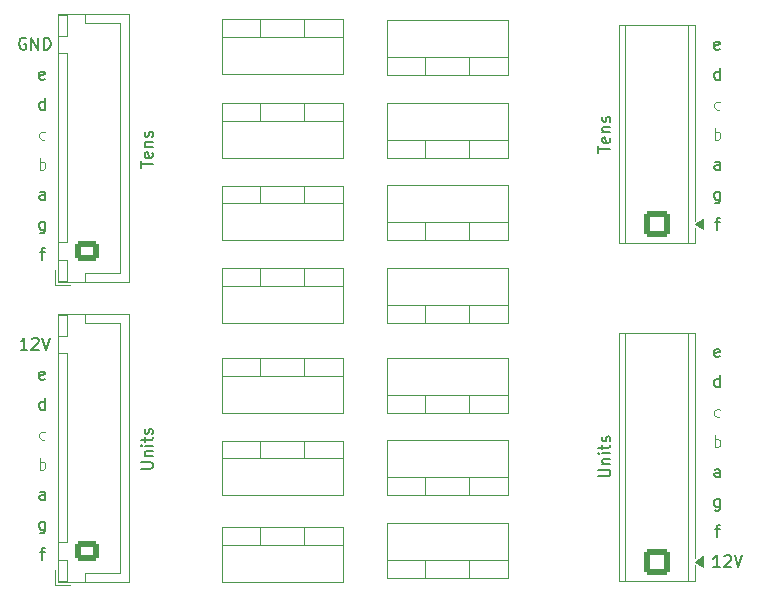
<source format=gto>
%TF.GenerationSoftware,KiCad,Pcbnew,9.0.1*%
%TF.CreationDate,2025-05-07T23:59:22-03:00*%
%TF.ProjectId,Display,44697370-6c61-4792-9e6b-696361645f70,rev?*%
%TF.SameCoordinates,Original*%
%TF.FileFunction,Legend,Top*%
%TF.FilePolarity,Positive*%
%FSLAX46Y46*%
G04 Gerber Fmt 4.6, Leading zero omitted, Abs format (unit mm)*
G04 Created by KiCad (PCBNEW 9.0.1) date 2025-05-07 23:59:22*
%MOMM*%
%LPD*%
G01*
G04 APERTURE LIST*
G04 Aperture macros list*
%AMRoundRect*
0 Rectangle with rounded corners*
0 $1 Rounding radius*
0 $2 $3 $4 $5 $6 $7 $8 $9 X,Y pos of 4 corners*
0 Add a 4 corners polygon primitive as box body*
4,1,4,$2,$3,$4,$5,$6,$7,$8,$9,$2,$3,0*
0 Add four circle primitives for the rounded corners*
1,1,$1+$1,$2,$3*
1,1,$1+$1,$4,$5*
1,1,$1+$1,$6,$7*
1,1,$1+$1,$8,$9*
0 Add four rect primitives between the rounded corners*
20,1,$1+$1,$2,$3,$4,$5,0*
20,1,$1+$1,$4,$5,$6,$7,0*
20,1,$1+$1,$6,$7,$8,$9,0*
20,1,$1+$1,$8,$9,$2,$3,0*%
G04 Aperture macros list end*
%ADD10C,0.125000*%
%ADD11C,0.150000*%
%ADD12C,0.120000*%
%ADD13R,1.905000X2.000000*%
%ADD14O,1.905000X2.000000*%
%ADD15C,3.000000*%
%ADD16RoundRect,0.250000X0.725000X-0.600000X0.725000X0.600000X-0.725000X0.600000X-0.725000X-0.600000X0*%
%ADD17O,1.950000X1.700000*%
%ADD18RoundRect,0.249999X0.850001X-0.850001X0.850001X0.850001X-0.850001X0.850001X-0.850001X-0.850001X0*%
%ADD19C,2.200000*%
G04 APERTURE END LIST*
D10*
X86145714Y-65226119D02*
X86145714Y-64226119D01*
X86145714Y-64607071D02*
X86240952Y-64559452D01*
X86240952Y-64559452D02*
X86431428Y-64559452D01*
X86431428Y-64559452D02*
X86526666Y-64607071D01*
X86526666Y-64607071D02*
X86574285Y-64654690D01*
X86574285Y-64654690D02*
X86621904Y-64749928D01*
X86621904Y-64749928D02*
X86621904Y-65035642D01*
X86621904Y-65035642D02*
X86574285Y-65130880D01*
X86574285Y-65130880D02*
X86526666Y-65178500D01*
X86526666Y-65178500D02*
X86431428Y-65226119D01*
X86431428Y-65226119D02*
X86240952Y-65226119D01*
X86240952Y-65226119D02*
X86145714Y-65178500D01*
D11*
X86574285Y-69638152D02*
X86574285Y-70447676D01*
X86574285Y-70447676D02*
X86526666Y-70542914D01*
X86526666Y-70542914D02*
X86479047Y-70590533D01*
X86479047Y-70590533D02*
X86383809Y-70638152D01*
X86383809Y-70638152D02*
X86240952Y-70638152D01*
X86240952Y-70638152D02*
X86145714Y-70590533D01*
X86574285Y-70257200D02*
X86479047Y-70304819D01*
X86479047Y-70304819D02*
X86288571Y-70304819D01*
X86288571Y-70304819D02*
X86193333Y-70257200D01*
X86193333Y-70257200D02*
X86145714Y-70209580D01*
X86145714Y-70209580D02*
X86098095Y-70114342D01*
X86098095Y-70114342D02*
X86098095Y-69828628D01*
X86098095Y-69828628D02*
X86145714Y-69733390D01*
X86145714Y-69733390D02*
X86193333Y-69685771D01*
X86193333Y-69685771D02*
X86288571Y-69638152D01*
X86288571Y-69638152D02*
X86479047Y-69638152D01*
X86479047Y-69638152D02*
X86574285Y-69685771D01*
D10*
X29448095Y-39143500D02*
X29352857Y-39191119D01*
X29352857Y-39191119D02*
X29162381Y-39191119D01*
X29162381Y-39191119D02*
X29067143Y-39143500D01*
X29067143Y-39143500D02*
X29019524Y-39095880D01*
X29019524Y-39095880D02*
X28971905Y-39000642D01*
X28971905Y-39000642D02*
X28971905Y-38714928D01*
X28971905Y-38714928D02*
X29019524Y-38619690D01*
X29019524Y-38619690D02*
X29067143Y-38572071D01*
X29067143Y-38572071D02*
X29162381Y-38524452D01*
X29162381Y-38524452D02*
X29352857Y-38524452D01*
X29352857Y-38524452D02*
X29448095Y-38572071D01*
D11*
X29424285Y-69669819D02*
X29424285Y-69146009D01*
X29424285Y-69146009D02*
X29376666Y-69050771D01*
X29376666Y-69050771D02*
X29281428Y-69003152D01*
X29281428Y-69003152D02*
X29090952Y-69003152D01*
X29090952Y-69003152D02*
X28995714Y-69050771D01*
X29424285Y-69622200D02*
X29329047Y-69669819D01*
X29329047Y-69669819D02*
X29090952Y-69669819D01*
X29090952Y-69669819D02*
X28995714Y-69622200D01*
X28995714Y-69622200D02*
X28948095Y-69526961D01*
X28948095Y-69526961D02*
X28948095Y-69431723D01*
X28948095Y-69431723D02*
X28995714Y-69336485D01*
X28995714Y-69336485D02*
X29090952Y-69288866D01*
X29090952Y-69288866D02*
X29329047Y-69288866D01*
X29329047Y-69288866D02*
X29424285Y-69241247D01*
X29019524Y-48683152D02*
X29400476Y-48683152D01*
X29162381Y-49349819D02*
X29162381Y-48492676D01*
X29162381Y-48492676D02*
X29210000Y-48397438D01*
X29210000Y-48397438D02*
X29305238Y-48349819D01*
X29305238Y-48349819D02*
X29400476Y-48349819D01*
X37554819Y-67071666D02*
X38364342Y-67071666D01*
X38364342Y-67071666D02*
X38459580Y-67024047D01*
X38459580Y-67024047D02*
X38507200Y-66976428D01*
X38507200Y-66976428D02*
X38554819Y-66881190D01*
X38554819Y-66881190D02*
X38554819Y-66690714D01*
X38554819Y-66690714D02*
X38507200Y-66595476D01*
X38507200Y-66595476D02*
X38459580Y-66547857D01*
X38459580Y-66547857D02*
X38364342Y-66500238D01*
X38364342Y-66500238D02*
X37554819Y-66500238D01*
X37888152Y-66024047D02*
X38554819Y-66024047D01*
X37983390Y-66024047D02*
X37935771Y-65976428D01*
X37935771Y-65976428D02*
X37888152Y-65881190D01*
X37888152Y-65881190D02*
X37888152Y-65738333D01*
X37888152Y-65738333D02*
X37935771Y-65643095D01*
X37935771Y-65643095D02*
X38031009Y-65595476D01*
X38031009Y-65595476D02*
X38554819Y-65595476D01*
X38554819Y-65119285D02*
X37888152Y-65119285D01*
X37554819Y-65119285D02*
X37602438Y-65166904D01*
X37602438Y-65166904D02*
X37650057Y-65119285D01*
X37650057Y-65119285D02*
X37602438Y-65071666D01*
X37602438Y-65071666D02*
X37554819Y-65119285D01*
X37554819Y-65119285D02*
X37650057Y-65119285D01*
X37888152Y-64785952D02*
X37888152Y-64405000D01*
X37554819Y-64643095D02*
X38411961Y-64643095D01*
X38411961Y-64643095D02*
X38507200Y-64595476D01*
X38507200Y-64595476D02*
X38554819Y-64500238D01*
X38554819Y-64500238D02*
X38554819Y-64405000D01*
X38507200Y-64119285D02*
X38554819Y-64024047D01*
X38554819Y-64024047D02*
X38554819Y-63833571D01*
X38554819Y-63833571D02*
X38507200Y-63738333D01*
X38507200Y-63738333D02*
X38411961Y-63690714D01*
X38411961Y-63690714D02*
X38364342Y-63690714D01*
X38364342Y-63690714D02*
X38269104Y-63738333D01*
X38269104Y-63738333D02*
X38221485Y-63833571D01*
X38221485Y-63833571D02*
X38221485Y-63976428D01*
X38221485Y-63976428D02*
X38173866Y-64071666D01*
X38173866Y-64071666D02*
X38078628Y-64119285D01*
X38078628Y-64119285D02*
X38031009Y-64119285D01*
X38031009Y-64119285D02*
X37935771Y-64071666D01*
X37935771Y-64071666D02*
X37888152Y-63976428D01*
X37888152Y-63976428D02*
X37888152Y-63833571D01*
X37888152Y-63833571D02*
X37935771Y-63738333D01*
X29400476Y-59462200D02*
X29305238Y-59509819D01*
X29305238Y-59509819D02*
X29114762Y-59509819D01*
X29114762Y-59509819D02*
X29019524Y-59462200D01*
X29019524Y-59462200D02*
X28971905Y-59366961D01*
X28971905Y-59366961D02*
X28971905Y-58986009D01*
X28971905Y-58986009D02*
X29019524Y-58890771D01*
X29019524Y-58890771D02*
X29114762Y-58843152D01*
X29114762Y-58843152D02*
X29305238Y-58843152D01*
X29305238Y-58843152D02*
X29400476Y-58890771D01*
X29400476Y-58890771D02*
X29448095Y-58986009D01*
X29448095Y-58986009D02*
X29448095Y-59081247D01*
X29448095Y-59081247D02*
X28971905Y-59176485D01*
X86585588Y-75384819D02*
X86014160Y-75384819D01*
X86299874Y-75384819D02*
X86299874Y-74384819D01*
X86299874Y-74384819D02*
X86204636Y-74527676D01*
X86204636Y-74527676D02*
X86109398Y-74622914D01*
X86109398Y-74622914D02*
X86014160Y-74670533D01*
X86966541Y-74480057D02*
X87014160Y-74432438D01*
X87014160Y-74432438D02*
X87109398Y-74384819D01*
X87109398Y-74384819D02*
X87347493Y-74384819D01*
X87347493Y-74384819D02*
X87442731Y-74432438D01*
X87442731Y-74432438D02*
X87490350Y-74480057D01*
X87490350Y-74480057D02*
X87537969Y-74575295D01*
X87537969Y-74575295D02*
X87537969Y-74670533D01*
X87537969Y-74670533D02*
X87490350Y-74813390D01*
X87490350Y-74813390D02*
X86918922Y-75384819D01*
X86918922Y-75384819D02*
X87537969Y-75384819D01*
X87823684Y-74384819D02*
X88157017Y-75384819D01*
X88157017Y-75384819D02*
X88490350Y-74384819D01*
X86574285Y-34109819D02*
X86574285Y-33109819D01*
X86574285Y-34062200D02*
X86479047Y-34109819D01*
X86479047Y-34109819D02*
X86288571Y-34109819D01*
X86288571Y-34109819D02*
X86193333Y-34062200D01*
X86193333Y-34062200D02*
X86145714Y-34014580D01*
X86145714Y-34014580D02*
X86098095Y-33919342D01*
X86098095Y-33919342D02*
X86098095Y-33633628D01*
X86098095Y-33633628D02*
X86145714Y-33538390D01*
X86145714Y-33538390D02*
X86193333Y-33490771D01*
X86193333Y-33490771D02*
X86288571Y-33443152D01*
X86288571Y-33443152D02*
X86479047Y-33443152D01*
X86479047Y-33443152D02*
X86574285Y-33490771D01*
X86169524Y-72178152D02*
X86550476Y-72178152D01*
X86312381Y-72844819D02*
X86312381Y-71987676D01*
X86312381Y-71987676D02*
X86360000Y-71892438D01*
X86360000Y-71892438D02*
X86455238Y-71844819D01*
X86455238Y-71844819D02*
X86550476Y-71844819D01*
D10*
X29448095Y-64543500D02*
X29352857Y-64591119D01*
X29352857Y-64591119D02*
X29162381Y-64591119D01*
X29162381Y-64591119D02*
X29067143Y-64543500D01*
X29067143Y-64543500D02*
X29019524Y-64495880D01*
X29019524Y-64495880D02*
X28971905Y-64400642D01*
X28971905Y-64400642D02*
X28971905Y-64114928D01*
X28971905Y-64114928D02*
X29019524Y-64019690D01*
X29019524Y-64019690D02*
X29067143Y-63972071D01*
X29067143Y-63972071D02*
X29162381Y-63924452D01*
X29162381Y-63924452D02*
X29352857Y-63924452D01*
X29352857Y-63924452D02*
X29448095Y-63972071D01*
X28995714Y-41731119D02*
X28995714Y-40731119D01*
X28995714Y-41112071D02*
X29090952Y-41064452D01*
X29090952Y-41064452D02*
X29281428Y-41064452D01*
X29281428Y-41064452D02*
X29376666Y-41112071D01*
X29376666Y-41112071D02*
X29424285Y-41159690D01*
X29424285Y-41159690D02*
X29471904Y-41254928D01*
X29471904Y-41254928D02*
X29471904Y-41540642D01*
X29471904Y-41540642D02*
X29424285Y-41635880D01*
X29424285Y-41635880D02*
X29376666Y-41683500D01*
X29376666Y-41683500D02*
X29281428Y-41731119D01*
X29281428Y-41731119D02*
X29090952Y-41731119D01*
X29090952Y-41731119D02*
X28995714Y-41683500D01*
X86598095Y-62638500D02*
X86502857Y-62686119D01*
X86502857Y-62686119D02*
X86312381Y-62686119D01*
X86312381Y-62686119D02*
X86217143Y-62638500D01*
X86217143Y-62638500D02*
X86169524Y-62590880D01*
X86169524Y-62590880D02*
X86121905Y-62495642D01*
X86121905Y-62495642D02*
X86121905Y-62209928D01*
X86121905Y-62209928D02*
X86169524Y-62114690D01*
X86169524Y-62114690D02*
X86217143Y-62067071D01*
X86217143Y-62067071D02*
X86312381Y-62019452D01*
X86312381Y-62019452D02*
X86502857Y-62019452D01*
X86502857Y-62019452D02*
X86598095Y-62067071D01*
D11*
X29424285Y-71543152D02*
X29424285Y-72352676D01*
X29424285Y-72352676D02*
X29376666Y-72447914D01*
X29376666Y-72447914D02*
X29329047Y-72495533D01*
X29329047Y-72495533D02*
X29233809Y-72543152D01*
X29233809Y-72543152D02*
X29090952Y-72543152D01*
X29090952Y-72543152D02*
X28995714Y-72495533D01*
X29424285Y-72162200D02*
X29329047Y-72209819D01*
X29329047Y-72209819D02*
X29138571Y-72209819D01*
X29138571Y-72209819D02*
X29043333Y-72162200D01*
X29043333Y-72162200D02*
X28995714Y-72114580D01*
X28995714Y-72114580D02*
X28948095Y-72019342D01*
X28948095Y-72019342D02*
X28948095Y-71733628D01*
X28948095Y-71733628D02*
X28995714Y-71638390D01*
X28995714Y-71638390D02*
X29043333Y-71590771D01*
X29043333Y-71590771D02*
X29138571Y-71543152D01*
X29138571Y-71543152D02*
X29329047Y-71543152D01*
X29329047Y-71543152D02*
X29424285Y-71590771D01*
X29424285Y-46143152D02*
X29424285Y-46952676D01*
X29424285Y-46952676D02*
X29376666Y-47047914D01*
X29376666Y-47047914D02*
X29329047Y-47095533D01*
X29329047Y-47095533D02*
X29233809Y-47143152D01*
X29233809Y-47143152D02*
X29090952Y-47143152D01*
X29090952Y-47143152D02*
X28995714Y-47095533D01*
X29424285Y-46762200D02*
X29329047Y-46809819D01*
X29329047Y-46809819D02*
X29138571Y-46809819D01*
X29138571Y-46809819D02*
X29043333Y-46762200D01*
X29043333Y-46762200D02*
X28995714Y-46714580D01*
X28995714Y-46714580D02*
X28948095Y-46619342D01*
X28948095Y-46619342D02*
X28948095Y-46333628D01*
X28948095Y-46333628D02*
X28995714Y-46238390D01*
X28995714Y-46238390D02*
X29043333Y-46190771D01*
X29043333Y-46190771D02*
X29138571Y-46143152D01*
X29138571Y-46143152D02*
X29329047Y-46143152D01*
X29329047Y-46143152D02*
X29424285Y-46190771D01*
X86574285Y-67764819D02*
X86574285Y-67241009D01*
X86574285Y-67241009D02*
X86526666Y-67145771D01*
X86526666Y-67145771D02*
X86431428Y-67098152D01*
X86431428Y-67098152D02*
X86240952Y-67098152D01*
X86240952Y-67098152D02*
X86145714Y-67145771D01*
X86574285Y-67717200D02*
X86479047Y-67764819D01*
X86479047Y-67764819D02*
X86240952Y-67764819D01*
X86240952Y-67764819D02*
X86145714Y-67717200D01*
X86145714Y-67717200D02*
X86098095Y-67621961D01*
X86098095Y-67621961D02*
X86098095Y-67526723D01*
X86098095Y-67526723D02*
X86145714Y-67431485D01*
X86145714Y-67431485D02*
X86240952Y-67383866D01*
X86240952Y-67383866D02*
X86479047Y-67383866D01*
X86479047Y-67383866D02*
X86574285Y-67336247D01*
D10*
X28995714Y-67131119D02*
X28995714Y-66131119D01*
X28995714Y-66512071D02*
X29090952Y-66464452D01*
X29090952Y-66464452D02*
X29281428Y-66464452D01*
X29281428Y-66464452D02*
X29376666Y-66512071D01*
X29376666Y-66512071D02*
X29424285Y-66559690D01*
X29424285Y-66559690D02*
X29471904Y-66654928D01*
X29471904Y-66654928D02*
X29471904Y-66940642D01*
X29471904Y-66940642D02*
X29424285Y-67035880D01*
X29424285Y-67035880D02*
X29376666Y-67083500D01*
X29376666Y-67083500D02*
X29281428Y-67131119D01*
X29281428Y-67131119D02*
X29090952Y-67131119D01*
X29090952Y-67131119D02*
X28995714Y-67083500D01*
D11*
X29400476Y-34062200D02*
X29305238Y-34109819D01*
X29305238Y-34109819D02*
X29114762Y-34109819D01*
X29114762Y-34109819D02*
X29019524Y-34062200D01*
X29019524Y-34062200D02*
X28971905Y-33966961D01*
X28971905Y-33966961D02*
X28971905Y-33586009D01*
X28971905Y-33586009D02*
X29019524Y-33490771D01*
X29019524Y-33490771D02*
X29114762Y-33443152D01*
X29114762Y-33443152D02*
X29305238Y-33443152D01*
X29305238Y-33443152D02*
X29400476Y-33490771D01*
X29400476Y-33490771D02*
X29448095Y-33586009D01*
X29448095Y-33586009D02*
X29448095Y-33681247D01*
X29448095Y-33681247D02*
X28971905Y-33776485D01*
X29424285Y-62049819D02*
X29424285Y-61049819D01*
X29424285Y-62002200D02*
X29329047Y-62049819D01*
X29329047Y-62049819D02*
X29138571Y-62049819D01*
X29138571Y-62049819D02*
X29043333Y-62002200D01*
X29043333Y-62002200D02*
X28995714Y-61954580D01*
X28995714Y-61954580D02*
X28948095Y-61859342D01*
X28948095Y-61859342D02*
X28948095Y-61573628D01*
X28948095Y-61573628D02*
X28995714Y-61478390D01*
X28995714Y-61478390D02*
X29043333Y-61430771D01*
X29043333Y-61430771D02*
X29138571Y-61383152D01*
X29138571Y-61383152D02*
X29329047Y-61383152D01*
X29329047Y-61383152D02*
X29424285Y-61430771D01*
X86574285Y-43603152D02*
X86574285Y-44412676D01*
X86574285Y-44412676D02*
X86526666Y-44507914D01*
X86526666Y-44507914D02*
X86479047Y-44555533D01*
X86479047Y-44555533D02*
X86383809Y-44603152D01*
X86383809Y-44603152D02*
X86240952Y-44603152D01*
X86240952Y-44603152D02*
X86145714Y-44555533D01*
X86574285Y-44222200D02*
X86479047Y-44269819D01*
X86479047Y-44269819D02*
X86288571Y-44269819D01*
X86288571Y-44269819D02*
X86193333Y-44222200D01*
X86193333Y-44222200D02*
X86145714Y-44174580D01*
X86145714Y-44174580D02*
X86098095Y-44079342D01*
X86098095Y-44079342D02*
X86098095Y-43793628D01*
X86098095Y-43793628D02*
X86145714Y-43698390D01*
X86145714Y-43698390D02*
X86193333Y-43650771D01*
X86193333Y-43650771D02*
X86288571Y-43603152D01*
X86288571Y-43603152D02*
X86479047Y-43603152D01*
X86479047Y-43603152D02*
X86574285Y-43650771D01*
X27813095Y-30617438D02*
X27717857Y-30569819D01*
X27717857Y-30569819D02*
X27575000Y-30569819D01*
X27575000Y-30569819D02*
X27432143Y-30617438D01*
X27432143Y-30617438D02*
X27336905Y-30712676D01*
X27336905Y-30712676D02*
X27289286Y-30807914D01*
X27289286Y-30807914D02*
X27241667Y-30998390D01*
X27241667Y-30998390D02*
X27241667Y-31141247D01*
X27241667Y-31141247D02*
X27289286Y-31331723D01*
X27289286Y-31331723D02*
X27336905Y-31426961D01*
X27336905Y-31426961D02*
X27432143Y-31522200D01*
X27432143Y-31522200D02*
X27575000Y-31569819D01*
X27575000Y-31569819D02*
X27670238Y-31569819D01*
X27670238Y-31569819D02*
X27813095Y-31522200D01*
X27813095Y-31522200D02*
X27860714Y-31474580D01*
X27860714Y-31474580D02*
X27860714Y-31141247D01*
X27860714Y-31141247D02*
X27670238Y-31141247D01*
X28289286Y-31569819D02*
X28289286Y-30569819D01*
X28289286Y-30569819D02*
X28860714Y-31569819D01*
X28860714Y-31569819D02*
X28860714Y-30569819D01*
X29336905Y-31569819D02*
X29336905Y-30569819D01*
X29336905Y-30569819D02*
X29575000Y-30569819D01*
X29575000Y-30569819D02*
X29717857Y-30617438D01*
X29717857Y-30617438D02*
X29813095Y-30712676D01*
X29813095Y-30712676D02*
X29860714Y-30807914D01*
X29860714Y-30807914D02*
X29908333Y-30998390D01*
X29908333Y-30998390D02*
X29908333Y-31141247D01*
X29908333Y-31141247D02*
X29860714Y-31331723D01*
X29860714Y-31331723D02*
X29813095Y-31426961D01*
X29813095Y-31426961D02*
X29717857Y-31522200D01*
X29717857Y-31522200D02*
X29575000Y-31569819D01*
X29575000Y-31569819D02*
X29336905Y-31569819D01*
D10*
X86598095Y-36603500D02*
X86502857Y-36651119D01*
X86502857Y-36651119D02*
X86312381Y-36651119D01*
X86312381Y-36651119D02*
X86217143Y-36603500D01*
X86217143Y-36603500D02*
X86169524Y-36555880D01*
X86169524Y-36555880D02*
X86121905Y-36460642D01*
X86121905Y-36460642D02*
X86121905Y-36174928D01*
X86121905Y-36174928D02*
X86169524Y-36079690D01*
X86169524Y-36079690D02*
X86217143Y-36032071D01*
X86217143Y-36032071D02*
X86312381Y-35984452D01*
X86312381Y-35984452D02*
X86502857Y-35984452D01*
X86502857Y-35984452D02*
X86598095Y-36032071D01*
D11*
X37554819Y-41576428D02*
X37554819Y-41005000D01*
X38554819Y-41290714D02*
X37554819Y-41290714D01*
X38507200Y-40290714D02*
X38554819Y-40385952D01*
X38554819Y-40385952D02*
X38554819Y-40576428D01*
X38554819Y-40576428D02*
X38507200Y-40671666D01*
X38507200Y-40671666D02*
X38411961Y-40719285D01*
X38411961Y-40719285D02*
X38031009Y-40719285D01*
X38031009Y-40719285D02*
X37935771Y-40671666D01*
X37935771Y-40671666D02*
X37888152Y-40576428D01*
X37888152Y-40576428D02*
X37888152Y-40385952D01*
X37888152Y-40385952D02*
X37935771Y-40290714D01*
X37935771Y-40290714D02*
X38031009Y-40243095D01*
X38031009Y-40243095D02*
X38126247Y-40243095D01*
X38126247Y-40243095D02*
X38221485Y-40719285D01*
X37888152Y-39814523D02*
X38554819Y-39814523D01*
X37983390Y-39814523D02*
X37935771Y-39766904D01*
X37935771Y-39766904D02*
X37888152Y-39671666D01*
X37888152Y-39671666D02*
X37888152Y-39528809D01*
X37888152Y-39528809D02*
X37935771Y-39433571D01*
X37935771Y-39433571D02*
X38031009Y-39385952D01*
X38031009Y-39385952D02*
X38554819Y-39385952D01*
X38507200Y-38957380D02*
X38554819Y-38862142D01*
X38554819Y-38862142D02*
X38554819Y-38671666D01*
X38554819Y-38671666D02*
X38507200Y-38576428D01*
X38507200Y-38576428D02*
X38411961Y-38528809D01*
X38411961Y-38528809D02*
X38364342Y-38528809D01*
X38364342Y-38528809D02*
X38269104Y-38576428D01*
X38269104Y-38576428D02*
X38221485Y-38671666D01*
X38221485Y-38671666D02*
X38221485Y-38814523D01*
X38221485Y-38814523D02*
X38173866Y-38909761D01*
X38173866Y-38909761D02*
X38078628Y-38957380D01*
X38078628Y-38957380D02*
X38031009Y-38957380D01*
X38031009Y-38957380D02*
X37935771Y-38909761D01*
X37935771Y-38909761D02*
X37888152Y-38814523D01*
X37888152Y-38814523D02*
X37888152Y-38671666D01*
X37888152Y-38671666D02*
X37935771Y-38576428D01*
X86574285Y-60144819D02*
X86574285Y-59144819D01*
X86574285Y-60097200D02*
X86479047Y-60144819D01*
X86479047Y-60144819D02*
X86288571Y-60144819D01*
X86288571Y-60144819D02*
X86193333Y-60097200D01*
X86193333Y-60097200D02*
X86145714Y-60049580D01*
X86145714Y-60049580D02*
X86098095Y-59954342D01*
X86098095Y-59954342D02*
X86098095Y-59668628D01*
X86098095Y-59668628D02*
X86145714Y-59573390D01*
X86145714Y-59573390D02*
X86193333Y-59525771D01*
X86193333Y-59525771D02*
X86288571Y-59478152D01*
X86288571Y-59478152D02*
X86479047Y-59478152D01*
X86479047Y-59478152D02*
X86574285Y-59525771D01*
X86550476Y-57557200D02*
X86455238Y-57604819D01*
X86455238Y-57604819D02*
X86264762Y-57604819D01*
X86264762Y-57604819D02*
X86169524Y-57557200D01*
X86169524Y-57557200D02*
X86121905Y-57461961D01*
X86121905Y-57461961D02*
X86121905Y-57081009D01*
X86121905Y-57081009D02*
X86169524Y-56985771D01*
X86169524Y-56985771D02*
X86264762Y-56938152D01*
X86264762Y-56938152D02*
X86455238Y-56938152D01*
X86455238Y-56938152D02*
X86550476Y-56985771D01*
X86550476Y-56985771D02*
X86598095Y-57081009D01*
X86598095Y-57081009D02*
X86598095Y-57176247D01*
X86598095Y-57176247D02*
X86121905Y-57271485D01*
D10*
X86145714Y-39191119D02*
X86145714Y-38191119D01*
X86145714Y-38572071D02*
X86240952Y-38524452D01*
X86240952Y-38524452D02*
X86431428Y-38524452D01*
X86431428Y-38524452D02*
X86526666Y-38572071D01*
X86526666Y-38572071D02*
X86574285Y-38619690D01*
X86574285Y-38619690D02*
X86621904Y-38714928D01*
X86621904Y-38714928D02*
X86621904Y-39000642D01*
X86621904Y-39000642D02*
X86574285Y-39095880D01*
X86574285Y-39095880D02*
X86526666Y-39143500D01*
X86526666Y-39143500D02*
X86431428Y-39191119D01*
X86431428Y-39191119D02*
X86240952Y-39191119D01*
X86240952Y-39191119D02*
X86145714Y-39143500D01*
D11*
X76289819Y-67706666D02*
X77099342Y-67706666D01*
X77099342Y-67706666D02*
X77194580Y-67659047D01*
X77194580Y-67659047D02*
X77242200Y-67611428D01*
X77242200Y-67611428D02*
X77289819Y-67516190D01*
X77289819Y-67516190D02*
X77289819Y-67325714D01*
X77289819Y-67325714D02*
X77242200Y-67230476D01*
X77242200Y-67230476D02*
X77194580Y-67182857D01*
X77194580Y-67182857D02*
X77099342Y-67135238D01*
X77099342Y-67135238D02*
X76289819Y-67135238D01*
X76623152Y-66659047D02*
X77289819Y-66659047D01*
X76718390Y-66659047D02*
X76670771Y-66611428D01*
X76670771Y-66611428D02*
X76623152Y-66516190D01*
X76623152Y-66516190D02*
X76623152Y-66373333D01*
X76623152Y-66373333D02*
X76670771Y-66278095D01*
X76670771Y-66278095D02*
X76766009Y-66230476D01*
X76766009Y-66230476D02*
X77289819Y-66230476D01*
X77289819Y-65754285D02*
X76623152Y-65754285D01*
X76289819Y-65754285D02*
X76337438Y-65801904D01*
X76337438Y-65801904D02*
X76385057Y-65754285D01*
X76385057Y-65754285D02*
X76337438Y-65706666D01*
X76337438Y-65706666D02*
X76289819Y-65754285D01*
X76289819Y-65754285D02*
X76385057Y-65754285D01*
X76623152Y-65420952D02*
X76623152Y-65040000D01*
X76289819Y-65278095D02*
X77146961Y-65278095D01*
X77146961Y-65278095D02*
X77242200Y-65230476D01*
X77242200Y-65230476D02*
X77289819Y-65135238D01*
X77289819Y-65135238D02*
X77289819Y-65040000D01*
X77242200Y-64754285D02*
X77289819Y-64659047D01*
X77289819Y-64659047D02*
X77289819Y-64468571D01*
X77289819Y-64468571D02*
X77242200Y-64373333D01*
X77242200Y-64373333D02*
X77146961Y-64325714D01*
X77146961Y-64325714D02*
X77099342Y-64325714D01*
X77099342Y-64325714D02*
X77004104Y-64373333D01*
X77004104Y-64373333D02*
X76956485Y-64468571D01*
X76956485Y-64468571D02*
X76956485Y-64611428D01*
X76956485Y-64611428D02*
X76908866Y-64706666D01*
X76908866Y-64706666D02*
X76813628Y-64754285D01*
X76813628Y-64754285D02*
X76766009Y-64754285D01*
X76766009Y-64754285D02*
X76670771Y-64706666D01*
X76670771Y-64706666D02*
X76623152Y-64611428D01*
X76623152Y-64611428D02*
X76623152Y-64468571D01*
X76623152Y-64468571D02*
X76670771Y-64373333D01*
X29424285Y-44269819D02*
X29424285Y-43746009D01*
X29424285Y-43746009D02*
X29376666Y-43650771D01*
X29376666Y-43650771D02*
X29281428Y-43603152D01*
X29281428Y-43603152D02*
X29090952Y-43603152D01*
X29090952Y-43603152D02*
X28995714Y-43650771D01*
X29424285Y-44222200D02*
X29329047Y-44269819D01*
X29329047Y-44269819D02*
X29090952Y-44269819D01*
X29090952Y-44269819D02*
X28995714Y-44222200D01*
X28995714Y-44222200D02*
X28948095Y-44126961D01*
X28948095Y-44126961D02*
X28948095Y-44031723D01*
X28948095Y-44031723D02*
X28995714Y-43936485D01*
X28995714Y-43936485D02*
X29090952Y-43888866D01*
X29090952Y-43888866D02*
X29329047Y-43888866D01*
X29329047Y-43888866D02*
X29424285Y-43841247D01*
X86550476Y-31522200D02*
X86455238Y-31569819D01*
X86455238Y-31569819D02*
X86264762Y-31569819D01*
X86264762Y-31569819D02*
X86169524Y-31522200D01*
X86169524Y-31522200D02*
X86121905Y-31426961D01*
X86121905Y-31426961D02*
X86121905Y-31046009D01*
X86121905Y-31046009D02*
X86169524Y-30950771D01*
X86169524Y-30950771D02*
X86264762Y-30903152D01*
X86264762Y-30903152D02*
X86455238Y-30903152D01*
X86455238Y-30903152D02*
X86550476Y-30950771D01*
X86550476Y-30950771D02*
X86598095Y-31046009D01*
X86598095Y-31046009D02*
X86598095Y-31141247D01*
X86598095Y-31141247D02*
X86121905Y-31236485D01*
X29019524Y-74083152D02*
X29400476Y-74083152D01*
X29162381Y-74749819D02*
X29162381Y-73892676D01*
X29162381Y-73892676D02*
X29210000Y-73797438D01*
X29210000Y-73797438D02*
X29305238Y-73749819D01*
X29305238Y-73749819D02*
X29400476Y-73749819D01*
X27955952Y-56969819D02*
X27384524Y-56969819D01*
X27670238Y-56969819D02*
X27670238Y-55969819D01*
X27670238Y-55969819D02*
X27575000Y-56112676D01*
X27575000Y-56112676D02*
X27479762Y-56207914D01*
X27479762Y-56207914D02*
X27384524Y-56255533D01*
X28336905Y-56065057D02*
X28384524Y-56017438D01*
X28384524Y-56017438D02*
X28479762Y-55969819D01*
X28479762Y-55969819D02*
X28717857Y-55969819D01*
X28717857Y-55969819D02*
X28813095Y-56017438D01*
X28813095Y-56017438D02*
X28860714Y-56065057D01*
X28860714Y-56065057D02*
X28908333Y-56160295D01*
X28908333Y-56160295D02*
X28908333Y-56255533D01*
X28908333Y-56255533D02*
X28860714Y-56398390D01*
X28860714Y-56398390D02*
X28289286Y-56969819D01*
X28289286Y-56969819D02*
X28908333Y-56969819D01*
X29194048Y-55969819D02*
X29527381Y-56969819D01*
X29527381Y-56969819D02*
X29860714Y-55969819D01*
X76289819Y-40306428D02*
X76289819Y-39735000D01*
X77289819Y-40020714D02*
X76289819Y-40020714D01*
X77242200Y-39020714D02*
X77289819Y-39115952D01*
X77289819Y-39115952D02*
X77289819Y-39306428D01*
X77289819Y-39306428D02*
X77242200Y-39401666D01*
X77242200Y-39401666D02*
X77146961Y-39449285D01*
X77146961Y-39449285D02*
X76766009Y-39449285D01*
X76766009Y-39449285D02*
X76670771Y-39401666D01*
X76670771Y-39401666D02*
X76623152Y-39306428D01*
X76623152Y-39306428D02*
X76623152Y-39115952D01*
X76623152Y-39115952D02*
X76670771Y-39020714D01*
X76670771Y-39020714D02*
X76766009Y-38973095D01*
X76766009Y-38973095D02*
X76861247Y-38973095D01*
X76861247Y-38973095D02*
X76956485Y-39449285D01*
X76623152Y-38544523D02*
X77289819Y-38544523D01*
X76718390Y-38544523D02*
X76670771Y-38496904D01*
X76670771Y-38496904D02*
X76623152Y-38401666D01*
X76623152Y-38401666D02*
X76623152Y-38258809D01*
X76623152Y-38258809D02*
X76670771Y-38163571D01*
X76670771Y-38163571D02*
X76766009Y-38115952D01*
X76766009Y-38115952D02*
X77289819Y-38115952D01*
X77242200Y-37687380D02*
X77289819Y-37592142D01*
X77289819Y-37592142D02*
X77289819Y-37401666D01*
X77289819Y-37401666D02*
X77242200Y-37306428D01*
X77242200Y-37306428D02*
X77146961Y-37258809D01*
X77146961Y-37258809D02*
X77099342Y-37258809D01*
X77099342Y-37258809D02*
X77004104Y-37306428D01*
X77004104Y-37306428D02*
X76956485Y-37401666D01*
X76956485Y-37401666D02*
X76956485Y-37544523D01*
X76956485Y-37544523D02*
X76908866Y-37639761D01*
X76908866Y-37639761D02*
X76813628Y-37687380D01*
X76813628Y-37687380D02*
X76766009Y-37687380D01*
X76766009Y-37687380D02*
X76670771Y-37639761D01*
X76670771Y-37639761D02*
X76623152Y-37544523D01*
X76623152Y-37544523D02*
X76623152Y-37401666D01*
X76623152Y-37401666D02*
X76670771Y-37306428D01*
X86574285Y-41729819D02*
X86574285Y-41206009D01*
X86574285Y-41206009D02*
X86526666Y-41110771D01*
X86526666Y-41110771D02*
X86431428Y-41063152D01*
X86431428Y-41063152D02*
X86240952Y-41063152D01*
X86240952Y-41063152D02*
X86145714Y-41110771D01*
X86574285Y-41682200D02*
X86479047Y-41729819D01*
X86479047Y-41729819D02*
X86240952Y-41729819D01*
X86240952Y-41729819D02*
X86145714Y-41682200D01*
X86145714Y-41682200D02*
X86098095Y-41586961D01*
X86098095Y-41586961D02*
X86098095Y-41491723D01*
X86098095Y-41491723D02*
X86145714Y-41396485D01*
X86145714Y-41396485D02*
X86240952Y-41348866D01*
X86240952Y-41348866D02*
X86479047Y-41348866D01*
X86479047Y-41348866D02*
X86574285Y-41301247D01*
X29424285Y-36649819D02*
X29424285Y-35649819D01*
X29424285Y-36602200D02*
X29329047Y-36649819D01*
X29329047Y-36649819D02*
X29138571Y-36649819D01*
X29138571Y-36649819D02*
X29043333Y-36602200D01*
X29043333Y-36602200D02*
X28995714Y-36554580D01*
X28995714Y-36554580D02*
X28948095Y-36459342D01*
X28948095Y-36459342D02*
X28948095Y-36173628D01*
X28948095Y-36173628D02*
X28995714Y-36078390D01*
X28995714Y-36078390D02*
X29043333Y-36030771D01*
X29043333Y-36030771D02*
X29138571Y-35983152D01*
X29138571Y-35983152D02*
X29329047Y-35983152D01*
X29329047Y-35983152D02*
X29424285Y-36030771D01*
X86169524Y-46143152D02*
X86550476Y-46143152D01*
X86312381Y-46809819D02*
X86312381Y-45952676D01*
X86312381Y-45952676D02*
X86360000Y-45857438D01*
X86360000Y-45857438D02*
X86455238Y-45809819D01*
X86455238Y-45809819D02*
X86550476Y-45809819D01*
D12*
%TO.C,Q7*%
X44410000Y-50070000D02*
X44410000Y-54711000D01*
X44410000Y-50070000D02*
X54650000Y-50070000D01*
X44410000Y-51580000D02*
X54650000Y-51580000D01*
X44410000Y-54711000D02*
X54650000Y-54711000D01*
X47680000Y-50070000D02*
X47680000Y-51580000D01*
X51381000Y-50070000D02*
X51381000Y-51580000D01*
X54650000Y-50070000D02*
X54650000Y-54711000D01*
%TO.C,Q10*%
X44410000Y-64675000D02*
X44410000Y-69316000D01*
X44410000Y-64675000D02*
X54650000Y-64675000D01*
X44410000Y-66185000D02*
X54650000Y-66185000D01*
X44410000Y-69316000D02*
X54650000Y-69316000D01*
X47680000Y-64675000D02*
X47680000Y-66185000D01*
X51381000Y-64675000D02*
X51381000Y-66185000D01*
X54650000Y-64675000D02*
X54650000Y-69316000D01*
%TO.C,Q8*%
X58380000Y-47720000D02*
X58380000Y-43079000D01*
X61649000Y-47720000D02*
X61649000Y-46210000D01*
X65350000Y-47720000D02*
X65350000Y-46210000D01*
X68620000Y-43079000D02*
X58380000Y-43079000D01*
X68620000Y-46210000D02*
X58380000Y-46210000D01*
X68620000Y-47720000D02*
X58380000Y-47720000D01*
X68620000Y-47720000D02*
X68620000Y-43079000D01*
%TO.C,Q12*%
X44410000Y-57690000D02*
X44410000Y-62331000D01*
X44410000Y-57690000D02*
X54650000Y-57690000D01*
X44410000Y-59200000D02*
X54650000Y-59200000D01*
X44410000Y-62331000D02*
X54650000Y-62331000D01*
X47680000Y-57690000D02*
X47680000Y-59200000D01*
X51381000Y-57690000D02*
X51381000Y-59200000D01*
X54650000Y-57690000D02*
X54650000Y-62331000D01*
%TO.C,Q2*%
X44410000Y-43085000D02*
X44410000Y-47726000D01*
X44410000Y-43085000D02*
X54650000Y-43085000D01*
X44410000Y-44595000D02*
X54650000Y-44595000D01*
X44410000Y-47726000D02*
X54650000Y-47726000D01*
X47680000Y-43085000D02*
X47680000Y-44595000D01*
X51381000Y-43085000D02*
X51381000Y-44595000D01*
X54650000Y-43085000D02*
X54650000Y-47726000D01*
%TO.C,J5*%
X30270000Y-75655000D02*
X30270000Y-76905000D01*
X30270000Y-76905000D02*
X31520000Y-76905000D01*
X30560000Y-53995000D02*
X30560000Y-76615000D01*
X30560000Y-76615000D02*
X36530000Y-76615000D01*
X30570000Y-54005000D02*
X30570000Y-55805000D01*
X30570000Y-55805000D02*
X31320000Y-55805000D01*
X30570000Y-57305000D02*
X30570000Y-73305000D01*
X30570000Y-73305000D02*
X31320000Y-73305000D01*
X30570000Y-74805000D02*
X30570000Y-76605000D01*
X30570000Y-76605000D02*
X31320000Y-76605000D01*
X31320000Y-54005000D02*
X30570000Y-54005000D01*
X31320000Y-55805000D02*
X31320000Y-54005000D01*
X31320000Y-57305000D02*
X30570000Y-57305000D01*
X31320000Y-73305000D02*
X31320000Y-57305000D01*
X31320000Y-74805000D02*
X30570000Y-74805000D01*
X31320000Y-76605000D02*
X31320000Y-74805000D01*
X32820000Y-54005000D02*
X32820000Y-54755000D01*
X32820000Y-54755000D02*
X35770000Y-54755000D01*
X32820000Y-75855000D02*
X35770000Y-75855000D01*
X32820000Y-76605000D02*
X32820000Y-75855000D01*
X35770000Y-54755000D02*
X35770000Y-65305000D01*
X35770000Y-75855000D02*
X35770000Y-65305000D01*
X36530000Y-53995000D02*
X30560000Y-53995000D01*
X36530000Y-76615000D02*
X36530000Y-53995000D01*
%TO.C,Q9*%
X58380000Y-69310000D02*
X58380000Y-64669000D01*
X61649000Y-69310000D02*
X61649000Y-67800000D01*
X65350000Y-69310000D02*
X65350000Y-67800000D01*
X68620000Y-64669000D02*
X58380000Y-64669000D01*
X68620000Y-67800000D02*
X58380000Y-67800000D01*
X68620000Y-69310000D02*
X58380000Y-69310000D01*
X68620000Y-69310000D02*
X68620000Y-64669000D01*
%TO.C,J6*%
X78060000Y-55530000D02*
X84500000Y-55530000D01*
X78060000Y-76550000D02*
X78060000Y-55530000D01*
X78060000Y-76550000D02*
X84500000Y-76550000D01*
X78580000Y-76550000D02*
X78580000Y-55530000D01*
X83880000Y-76550000D02*
X83880000Y-55530000D01*
X84500000Y-74630000D02*
X84500000Y-55530000D01*
X84500000Y-76550000D02*
X84500000Y-75230000D01*
X85110000Y-75370000D02*
X84500000Y-74930000D01*
X85110000Y-74490000D01*
X85110000Y-75370000D01*
G36*
X85110000Y-75370000D02*
G01*
X84500000Y-74930000D01*
X85110000Y-74490000D01*
X85110000Y-75370000D01*
G37*
%TO.C,Q4*%
X44410000Y-36100000D02*
X44410000Y-40741000D01*
X44410000Y-36100000D02*
X54650000Y-36100000D01*
X44410000Y-37610000D02*
X54650000Y-37610000D01*
X44410000Y-40741000D02*
X54650000Y-40741000D01*
X47680000Y-36100000D02*
X47680000Y-37610000D01*
X51381000Y-36100000D02*
X51381000Y-37610000D01*
X54650000Y-36100000D02*
X54650000Y-40741000D01*
%TO.C,Q3*%
X58380000Y-40735000D02*
X58380000Y-36094000D01*
X61649000Y-40735000D02*
X61649000Y-39225000D01*
X65350000Y-40735000D02*
X65350000Y-39225000D01*
X68620000Y-36094000D02*
X58380000Y-36094000D01*
X68620000Y-39225000D02*
X58380000Y-39225000D01*
X68620000Y-40735000D02*
X58380000Y-40735000D01*
X68620000Y-40735000D02*
X68620000Y-36094000D01*
%TO.C,Q11*%
X58380000Y-62325000D02*
X58380000Y-57684000D01*
X61649000Y-62325000D02*
X61649000Y-60815000D01*
X65350000Y-62325000D02*
X65350000Y-60815000D01*
X68620000Y-57684000D02*
X58380000Y-57684000D01*
X68620000Y-60815000D02*
X58380000Y-60815000D01*
X68620000Y-62325000D02*
X58380000Y-62325000D01*
X68620000Y-62325000D02*
X68620000Y-57684000D01*
%TO.C,Q6*%
X44410000Y-29020236D02*
X44410000Y-33661236D01*
X44410000Y-29020236D02*
X54650000Y-29020236D01*
X44410000Y-30530236D02*
X54650000Y-30530236D01*
X44410000Y-33661236D02*
X54650000Y-33661236D01*
X47680000Y-29020236D02*
X47680000Y-30530236D01*
X51381000Y-29020236D02*
X51381000Y-30530236D01*
X54650000Y-29020236D02*
X54650000Y-33661236D01*
%TO.C,J1*%
X78060000Y-29495000D02*
X84500000Y-29495000D01*
X78060000Y-47975000D02*
X78060000Y-29495000D01*
X78060000Y-47975000D02*
X84500000Y-47975000D01*
X78580000Y-47975000D02*
X78580000Y-29495000D01*
X83880000Y-47975000D02*
X83880000Y-29495000D01*
X84500000Y-46055000D02*
X84500000Y-29495000D01*
X84500000Y-47975000D02*
X84500000Y-46655000D01*
X85110000Y-46795000D02*
X84500000Y-46355000D01*
X85110000Y-45915000D01*
X85110000Y-46795000D01*
G36*
X85110000Y-46795000D02*
G01*
X84500000Y-46355000D01*
X85110000Y-45915000D01*
X85110000Y-46795000D01*
G37*
%TO.C,Q5*%
X58380000Y-33750000D02*
X58380000Y-29109000D01*
X61649000Y-33750000D02*
X61649000Y-32240000D01*
X65350000Y-33750000D02*
X65350000Y-32240000D01*
X68620000Y-29109000D02*
X58380000Y-29109000D01*
X68620000Y-32240000D02*
X58380000Y-32240000D01*
X68620000Y-33750000D02*
X58380000Y-33750000D01*
X68620000Y-33750000D02*
X68620000Y-29109000D01*
%TO.C,Q15*%
X44410000Y-71970000D02*
X44410000Y-76611000D01*
X44410000Y-71970000D02*
X54650000Y-71970000D01*
X44410000Y-73480000D02*
X54650000Y-73480000D01*
X44410000Y-76611000D02*
X54650000Y-76611000D01*
X47680000Y-71970000D02*
X47680000Y-73480000D01*
X51381000Y-71970000D02*
X51381000Y-73480000D01*
X54650000Y-71970000D02*
X54650000Y-76611000D01*
%TO.C,Q13*%
X58380000Y-54705000D02*
X58380000Y-50064000D01*
X61649000Y-54705000D02*
X61649000Y-53195000D01*
X65350000Y-54705000D02*
X65350000Y-53195000D01*
X68620000Y-50064000D02*
X58380000Y-50064000D01*
X68620000Y-53195000D02*
X58380000Y-53195000D01*
X68620000Y-54705000D02*
X58380000Y-54705000D01*
X68620000Y-54705000D02*
X68620000Y-50064000D01*
%TO.C,J4*%
X30270000Y-50255000D02*
X30270000Y-51505000D01*
X30270000Y-51505000D02*
X31520000Y-51505000D01*
X30560000Y-28595000D02*
X30560000Y-51215000D01*
X30560000Y-51215000D02*
X36530000Y-51215000D01*
X30570000Y-28605000D02*
X30570000Y-30405000D01*
X30570000Y-30405000D02*
X31320000Y-30405000D01*
X30570000Y-31905000D02*
X30570000Y-47905000D01*
X30570000Y-47905000D02*
X31320000Y-47905000D01*
X30570000Y-49405000D02*
X30570000Y-51205000D01*
X30570000Y-51205000D02*
X31320000Y-51205000D01*
X31320000Y-28605000D02*
X30570000Y-28605000D01*
X31320000Y-30405000D02*
X31320000Y-28605000D01*
X31320000Y-31905000D02*
X30570000Y-31905000D01*
X31320000Y-47905000D02*
X31320000Y-31905000D01*
X31320000Y-49405000D02*
X30570000Y-49405000D01*
X31320000Y-51205000D02*
X31320000Y-49405000D01*
X32820000Y-28605000D02*
X32820000Y-29355000D01*
X32820000Y-29355000D02*
X35770000Y-29355000D01*
X32820000Y-50455000D02*
X35770000Y-50455000D01*
X32820000Y-51205000D02*
X32820000Y-50455000D01*
X35770000Y-29355000D02*
X35770000Y-39905000D01*
X35770000Y-50455000D02*
X35770000Y-39905000D01*
X36530000Y-28595000D02*
X30560000Y-28595000D01*
X36530000Y-51215000D02*
X36530000Y-28595000D01*
%TO.C,Q14*%
X58380000Y-76295000D02*
X58380000Y-71654000D01*
X61649000Y-76295000D02*
X61649000Y-74785000D01*
X65350000Y-76295000D02*
X65350000Y-74785000D01*
X68620000Y-71654000D02*
X58380000Y-71654000D01*
X68620000Y-74785000D02*
X58380000Y-74785000D01*
X68620000Y-76295000D02*
X58380000Y-76295000D01*
X68620000Y-76295000D02*
X68620000Y-71654000D01*
%TD*%
%LPC*%
D13*
%TO.C,Q7*%
X46990000Y-53340000D03*
D14*
X49530000Y-53340000D03*
X52070000Y-53340000D03*
%TD*%
D13*
%TO.C,Q10*%
X46990000Y-67945000D03*
D14*
X49530000Y-67945000D03*
X52070000Y-67945000D03*
%TD*%
D15*
%TO.C,H4*%
X40640000Y-74295000D03*
%TD*%
%TO.C,H2*%
X73025000Y-74295000D03*
%TD*%
D13*
%TO.C,Q8*%
X66040000Y-44450000D03*
D14*
X63500000Y-44450000D03*
X60960000Y-44450000D03*
%TD*%
D15*
%TO.C,H1*%
X73025000Y-32385000D03*
%TD*%
D13*
%TO.C,Q12*%
X46990000Y-60960000D03*
D14*
X49530000Y-60960000D03*
X52070000Y-60960000D03*
%TD*%
D13*
%TO.C,Q2*%
X46990000Y-46355000D03*
D14*
X49530000Y-46355000D03*
X52070000Y-46355000D03*
%TD*%
D16*
%TO.C,J5*%
X33020000Y-74055000D03*
D17*
X33020000Y-71555000D03*
X33020000Y-69055000D03*
X33020000Y-66555000D03*
X33020000Y-64055000D03*
X33020000Y-61555000D03*
X33020000Y-59055000D03*
X33020000Y-56555000D03*
%TD*%
D13*
%TO.C,Q9*%
X66040000Y-66040000D03*
D14*
X63500000Y-66040000D03*
X60960000Y-66040000D03*
%TD*%
D18*
%TO.C,J6*%
X81280000Y-74930000D03*
D19*
X81280000Y-72390000D03*
X81280000Y-69850000D03*
X81280000Y-67310000D03*
X81280000Y-64770000D03*
X81280000Y-62230000D03*
X81280000Y-59690000D03*
X81280000Y-57150000D03*
%TD*%
D13*
%TO.C,Q4*%
X46990000Y-39370000D03*
D14*
X49530000Y-39370000D03*
X52070000Y-39370000D03*
%TD*%
D13*
%TO.C,Q3*%
X66040000Y-37465000D03*
D14*
X63500000Y-37465000D03*
X60960000Y-37465000D03*
%TD*%
D13*
%TO.C,Q11*%
X66040000Y-59055000D03*
D14*
X63500000Y-59055000D03*
X60960000Y-59055000D03*
%TD*%
D13*
%TO.C,Q6*%
X46990000Y-32290236D03*
D14*
X49530000Y-32290236D03*
X52070000Y-32290236D03*
%TD*%
D18*
%TO.C,J1*%
X81280000Y-46355000D03*
D19*
X81280000Y-43815000D03*
X81280000Y-41275000D03*
X81280000Y-38735000D03*
X81280000Y-36195000D03*
X81280000Y-33655000D03*
X81280000Y-31115000D03*
%TD*%
D15*
%TO.C,H3*%
X40640000Y-32385000D03*
%TD*%
D13*
%TO.C,Q5*%
X66040000Y-30480000D03*
D14*
X63500000Y-30480000D03*
X60960000Y-30480000D03*
%TD*%
D13*
%TO.C,Q15*%
X46990000Y-75240000D03*
D14*
X49530000Y-75240000D03*
X52070000Y-75240000D03*
%TD*%
D13*
%TO.C,Q13*%
X66040000Y-51435000D03*
D14*
X63500000Y-51435000D03*
X60960000Y-51435000D03*
%TD*%
D16*
%TO.C,J4*%
X33020000Y-48655000D03*
D17*
X33020000Y-46155000D03*
X33020000Y-43655000D03*
X33020000Y-41155000D03*
X33020000Y-38655000D03*
X33020000Y-36155000D03*
X33020000Y-33655000D03*
X33020000Y-31155000D03*
%TD*%
D13*
%TO.C,Q14*%
X66040000Y-73025000D03*
D14*
X63500000Y-73025000D03*
X60960000Y-73025000D03*
%TD*%
%LPD*%
M02*

</source>
